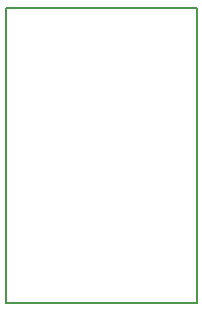
<source format=gbr>
%TF.GenerationSoftware,KiCad,Pcbnew,8.0.4*%
%TF.CreationDate,2024-12-02T13:52:30-05:00*%
%TF.ProjectId,13vconvertertest,31337663-6f6e-4766-9572-746572746573,rev?*%
%TF.SameCoordinates,Original*%
%TF.FileFunction,Profile,NP*%
%FSLAX46Y46*%
G04 Gerber Fmt 4.6, Leading zero omitted, Abs format (unit mm)*
G04 Created by KiCad (PCBNEW 8.0.4) date 2024-12-02 13:52:30*
%MOMM*%
%LPD*%
G01*
G04 APERTURE LIST*
%TA.AperFunction,Profile*%
%ADD10C,0.200000*%
%TD*%
G04 APERTURE END LIST*
D10*
X82910000Y-24160000D02*
X99050000Y-24160000D01*
X99050000Y-49140000D01*
X82910000Y-49140000D01*
X82910000Y-24160000D01*
M02*

</source>
